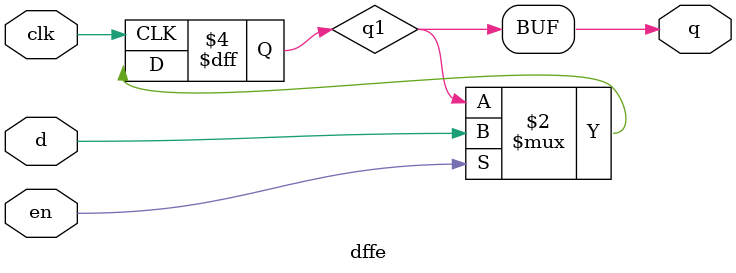
<source format=v>
module dffe
(
    input clk,
    input d,
    input en,
    output q
);

reg q1;

always @(posedge clk) begin
    if (en) q1 <= d;
end

assign q = q1;

endmodule
</source>
